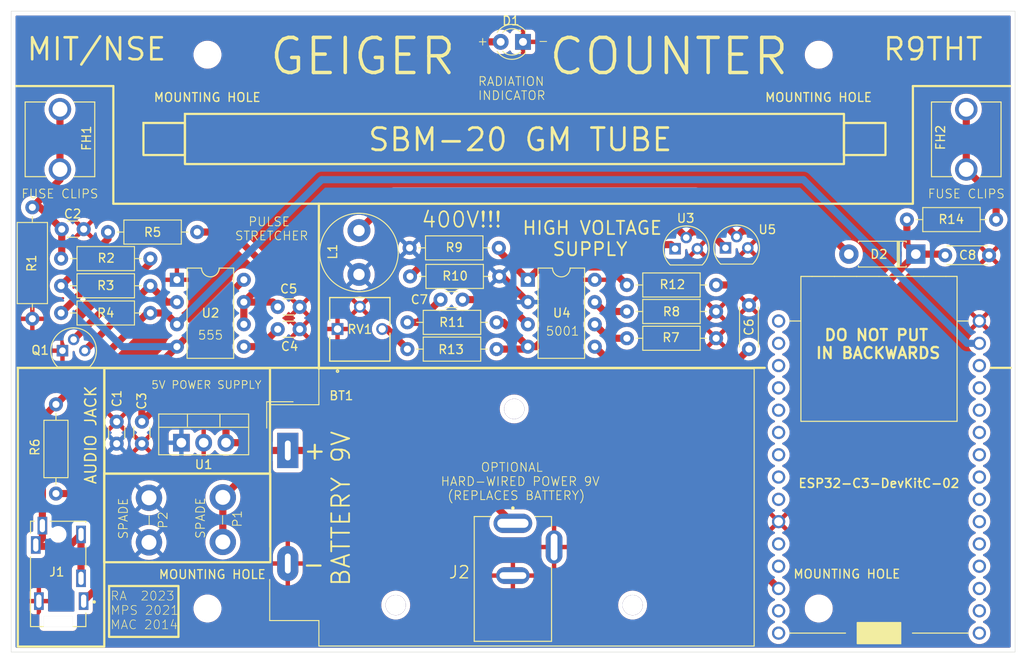
<source format=kicad_pcb>
(kicad_pcb (version 20240108) (generator "pcbnew") (generator_version "8.0")
  (layers (0 "F.Cu" signal) (31 "B.Cu" signal) (34 "B.Paste" user) (35 "F.Paste" user) (36 "B.SilkS" user "B.Silkscreen") (37 "F.SilkS" user "F.Silkscreen") (38 "B.Mask" user) (39 "F.Mask" user) (44 "Edge.Cuts" user))
  (net 0 "")
  (net 1 "Net-(C2-Pad1)")
  (net 2 "BATT+")
  (net 3 "Net-(U2-CV)")
  (net 4 "Net-(U2-DIS)")
  (net 5 "Net-(U4-SCP)")
  (net 6 "Net-(U4-COMP)")
  (net 7 "Net-(U4-DTC)")
  (net 8 "Net-(C7-Pad2)")
  (net 9 "+9V")
  (net 10 "Net-(U4-RT)")
  (net 11 "Net-(D2-K)")
  (net 12 "+5V")
  (net 13 "Net-(D1-A)")
  (net 14 "Net-(D2-A)")
  (net 15 "FINAL_SIGNAL")
  (net 16 "Net-(FH2-Pad1)")
  (net 17 "Net-(Q1-C)")
  (net 18 "Net-(Q1-B)")
  (net 19 "Net-(J1-Pad1)")
  (net 20 "Net-(U4-FB)")
  (net 21 "5001_OUT")
  (net 23 "Net-(R10-Pad2)")
  (net 49 "GND")
  (net 50 "Net-(R13-Pad2)")
  (footprint "36-3530-ND:36-3530-ND" (layer "F.Cu") (at 197.64375 65.405 90)
    (property "Reference" "FH2" (at 0.2032 -2.92735 90) (layer "F.SilkS"))
    (property "Value" "~")
    (pad "1" thru_hole circle (at -3.43 0 90) (size 2.55 2.55) (drill 1.7) (layers "*.Cu" "*.Mask") (net 16 "Net-(FH2-Pad1)"))
    (pad "1" thru_hole circle (at 3.43 0 90) (size 2.55 2.55) (drill 1.7) (layers "*.Cu" "*.Mask") (net 16 "Net-(FH2-Pad1)"))
  )
  (footprint "Package_DIP:DIP-8_W7.62mm" (layer "F.Cu") (at 147.7264 81.407)
    (property "Reference" "U4" (at 3.8608 3.7846 0) (layer "F.SilkS"))
    (property "Value" "TL5001AIP")
    (pad "1" thru_hole rect (at 0 0) (size 1.6 1.6) (drill 0.8) (layers "*.Cu" "*.Mask") (net 21 "5001_OUT"))
    (pad "2" thru_hole oval (at 0 2.54) (size 1.6 1.6) (drill 0.8) (layers "*.Cu" "*.Mask") (net 9 "+9V"))
    (pad "3" thru_hole oval (at 0 5.08) (size 1.6 1.6) (drill 0.8) (layers "*.Cu" "*.Mask") (net 6 "Net-(U4-COMP)"))
    (pad "4" thru_hole oval (at 0 7.62) (size 1.6 1.6) (drill 0.8) (layers "*.Cu" "*.Mask") (net 20 "Net-(U4-FB)"))
    (pad "5" thru_hole oval (at 7.62 7.62) (size 1.6 1.6) (drill 0.8) (layers "*.Cu" "*.Mask") (net 5 "Net-(U4-SCP)"))
    (pad "6" thru_hole oval (at 7.62 5.08) (size 1.6 1.6) (drill 0.8) (layers "*.Cu" "*.Mask") (net 7 "Net-(U4-DTC)"))
    (pad "7" thru_hole oval (at 7.62 2.54) (size 1.6 1.6) (drill 0.8) (layers "*.Cu" "*.Mask") (net 10 "Net-(U4-RT)"))
    (pad "8" thru_hole oval (at 7.62 0) (size 1.6 1.6) (drill 0.8) (layers "*.Cu" "*.Mask") (net 49 "GND"))
  )
  (footprint "Capacitor_THT:C_Disc_D3.0mm_W1.6mm_P2.50mm" (layer "F.Cu") (at 94.6604 75.6412)
    (property "Reference" "C2" (at 1.2396 -1.7412 0) (layer "F.SilkS"))
    (property "Value" "47p")
    (pad "1" thru_hole circle (at 0 0) (size 1.6 1.6) (drill 0.8) (layers "*.Cu" "*.Mask") (net 1 "Net-(C2-Pad1)"))
    (pad "2" thru_hole circle (at 2.5 0) (size 1.6 1.6) (drill 0.8) (layers "*.Cu" "*.Mask") (net 49 "GND"))
  )
  (footprint "Capacitor_THT:C_Disc_D4.3mm_W1.9mm_P5.00mm" (layer "F.Cu") (at 172.9 84.3 -90)
    (property "Reference" "C6" (at 2.5 0 90) (layer "F.SilkS"))
    (property "Value" "1u")
    (pad "1" thru_hole circle (at 0 0 270) (size 1.6 1.6) (drill 0.8) (layers "*.Cu" "*.Mask") (net 49 "GND"))
    (pad "2" thru_hole circle (at 5 0 270) (size 1.6 1.6) (drill 0.8) (layers "*.Cu" "*.Mask") (net 5 "Net-(U4-SCP)"))
  )
  (footprint "Resistor_THT:R_Axial_DIN0207_L6.3mm_D2.5mm_P10.16mm_Horizontal" (layer "F.Cu") (at 144.1704 89.3064 180)
    (property "Reference" "R13" (at 5.1816 -0.0508 0) (layer "F.SilkS"))
    (property "Value" "22k")
    (pad "1" thru_hole circle (at 0 0 180) (size 1.6 1.6) (drill 0.8) (layers "*.Cu" "*.Mask") (net 20 "Net-(U4-FB)"))
    (pad "2" thru_hole oval (at 10.16 0 180) (size 1.6 1.6) (drill 0.8) (layers "*.Cu" "*.Mask") (net 50 "Net-(R13-Pad2)"))
  )
  (footprint "Resistor_THT:R_Axial_DIN0207_L6.3mm_D2.5mm_P10.16mm_Horizontal" (layer "F.Cu") (at 190.881 74.549)
    (property "Reference" "R14" (at 5.0546 -0.0254 0) (layer "F.SilkS"))
    (property "Value" "5.1M")
    (pad "1" thru_hole circle (at 0 0) (size 1.6 1.6) (drill 0.8) (layers "*.Cu" "*.Mask") (net 11 "Net-(D2-K)"))
    (pad "2" thru_hole oval (at 10.16 0) (size 1.6 1.6) (drill 0.8) (layers "*.Cu" "*.Mask") (net 16 "Net-(FH2-Pad1)"))
  )
  (footprint "Diode_THT:D_DO-41_SOD81_P7.62mm_Horizontal" (layer "F.Cu") (at 191.897 78.486 180)
    (property "Reference" "D2" (at 4.197 -0.014 0) (layer "F.SilkS"))
    (property "Value" "BA159")
    (pad "1" thru_hole rect (at 0 0 180) (size 2.2 2.2) (drill 1.1) (layers "*.Cu" "*.Mask") (net 11 "Net-(D2-K)"))
    (pad "2" thru_hole oval (at 7.62 0 180) (size 2.2 2.2) (drill 1.1) (layers "*.Cu" "*.Mask") (net 14 "Net-(D2-A)"))
  )
  (footprint "Inductor_THT:L_Radial_D8.7mm_P5.00mm_Fastron_07HCP" (layer "F.Cu") (at 128.5 80.8 90)
    (property "Reference" "L1" (at 2.5908 -2.9972 90) (layer "F.SilkS"))
    (property "Value" "1mH")
    (pad "1" thru_hole circle (at 0 0 90) (size 2.6 2.6) (drill 1.3) (layers "*.Cu" "*.Mask") (net 9 "+9V"))
    (pad "2" thru_hole circle (at 5 0 90) (size 2.6 2.6) (drill 1.3) (layers "*.Cu" "*.Mask") (net 14 "Net-(D2-A)"))
  )
  (footprint "0197084013:0197084013" (layer "F.Cu") (at 113 108.74 90)
    (property "Reference" "P1" (at 0.1016 1.6472 90) (layer "F.SilkS") (effects (font (thickness 0.1))))
    (property "Value" "SPADE")
    (fp_text user "SPADE" (at -2.2352 -1.9596 90) (layer "F.SilkS") (effects (font (thickness 0.1)) (justify left bottom)))
    (pad "1" thru_hole circle (at -2.54 0 90) (size 3 3) (drill 1.7) (layers "*.Cu" "*.Mask") (net 2 "BATT+"))
    (pad "2" thru_hole circle (at 2.54 0 90) (size 3 3) (drill 1.7) (layers "*.Cu" "*.Mask") (net 2 "BATT+"))
  )
  (footprint "Resistor_THT:R_Axial_DIN0207_L6.3mm_D2.5mm_P10.16mm_Horizontal" (layer "F.Cu") (at 94.5896 78.994)
    (property "Reference" "R2" (at 5.1308 -0.0508 0) (layer "F.SilkS"))
    (property "Value" "10k")
    (pad "1" thru_hole circle (at 0 0) (size 1.6 1.6) (drill 0.8) (layers "*.Cu" "*.Mask") (net 1 "Net-(C2-Pad1)"))
    (pad "2" thru_hole oval (at 10.16 0) (size 1.6 1.6) (drill 0.8) (layers "*.Cu" "*.Mask") (net 18 "Net-(Q1-B)"))
  )
  (footprint "Resistor_THT:R_Axial_DIN0207_L6.3mm_D2.5mm_P10.16mm_Horizontal" (layer "F.Cu") (at 144.4752 81.026 180)
    (property "Reference" "R10" (at 5.0292 0.0508 0) (layer "F.SilkS"))
    (property "Value" "10k")
    (pad "1" thru_hole circle (at 0 0 180) (size 1.6 1.6) (drill 0.8) (layers "*.Cu" "*.Mask") (net 9 "+9V"))
    (pad "2" thru_hole oval (at 10.16 0 180) (size 1.6 1.6) (drill 0.8) (layers "*.Cu" "*.Mask") (net 23 "Net-(R10-Pad2)"))
  )
  (footprint "LED_THT:LED_D3.0mm" (layer "F.Cu") (at 147.175 54.3 180)
    (property "Reference" "D1" (at 1.375 2.4 0) (layer "F.SilkS"))
    (property "Value" "LED")
    (pad "1" thru_hole rect (at 0 0 180) (size 1.8 1.8) (drill 0.9) (layers "*.Cu" "*.Mask") (net 49 "GND"))
    (pad "2" thru_hole circle (at 2.54 0 180) (size 1.8 1.8) (drill 0.9) (layers "*.Cu" "*.Mask") (net 13 "Net-(D1-A)"))
  )
  (footprint "Resistor_THT:R_Axial_DIN0207_L6.3mm_D2.5mm_P10.16mm_Horizontal" (layer "F.Cu") (at 169.16 85.0226 180)
    (property "Reference" "R8" (at 5.08 -0.0254 0) (layer "F.SilkS"))
    (property "Value" "6.8M")
    (pad "1" thru_hole circle (at 0 0 180) (size 1.6 1.6) (drill 0.8) (layers "*.Cu" "*.Mask") (net 49 "GND"))
    (pad "2" thru_hole oval (at 10.16 0 180) (size 1.6 1.6) (drill 0.8) (layers "*.Cu" "*.Mask") (net 10 "Net-(U4-RT)"))
  )
  (footprint "Resistor_THT:R_Axial_DIN0207_L6.3mm_D2.5mm_P10.16mm_Horizontal" (layer "F.Cu") (at 159 82)
    (property "Reference" "R12" (at 5.1816 -0.0508 0) (layer "F.SilkS"))
    (property "Value" "10M")
    (pad "1" thru_hole circle (at 0 0) (size 1.6 1.6) (drill 0.8) (layers "*.Cu" "*.Mask") (net 20 "Net-(U4-FB)"))
    (pad "2" thru_hole oval (at 10.16 0) (size 1.6 1.6) (drill 0.8) (layers "*.Cu" "*.Mask") (net 11 "Net-(D2-K)"))
  )
  (footprint "ESP32-C3-DevKitC-02:ESP32-C3-DevKitC-02" (layer "F.Cu") (at 188.976 103.886)
    (property "Reference" "U6" (hide yes))
    (property "Value" "ESP32-C3-DEVKITC-02HOLES")
    (fp_text user "ESP32-C3-DevKitC-02" (at -1.276 0.714 0) (layer "F.SilkS") (effects (font (size 1.016 1.016) (thickness 0.1778) (bold yes))))
    (pad "P$1" thru_hole circle (at -12.7 -17.78) (size 1.508 1.508) (drill 1) (layers "*.Cu" "*.Mask"))
    (pad "P$2" thru_hole circle (at -12.7 -15.24) (size 1.508 1.508) (drill 1) (layers "*.Cu" "*.Mask"))
    (pad "P$3" thru_hole circle (at -12.7 -12.7) (size 1.508 1.508) (drill 1) (layers "*.Cu" "*.Mask"))
    (pad "P$4" thru_hole circle (at -12.7 -10.16) (size 1.508 1.508) (drill 1) (layers "*.Cu" "*.Mask"))
    (pad "P$5" thru_hole circle (at -12.7 -7.62) (size 1.508 1.508) (drill 1) (layers "*.Cu" "*.Mask"))
    (pad "P$6" thru_hole circle (at -12.7 -5.08) (size 1.508 1.508) (drill 1) (layers "*.Cu" "*.Mask"))
    (pad "P$7" thru_hole circle (at -12.7 -2.54) (size 1.508 1.508) (drill 1) (layers "*.Cu" "*.Mask"))
    (pad "P$8" thru_hole circle (at -12.7 0) (size 1.508 1.508) (drill 1) (layers "*.Cu" "*.Mask"))
    (pad "P$9" thru_hole circle (at -12.7 2.54) (size 1.508 1.508) (drill 1) (layers "*.Cu" "*.Mask"))
    (pad "P$10" thru_hole circle (at -12.7 5.08) (size 1.508 1.508) (drill 1) (layers "*.Cu" "*.Mask") (net 49 "GND"))
    (pad "P$11" thru_hole circle (at -12.7 7.62) (size 1.508 1.508) (drill 1) (layers "*.Cu" "*.Mask"))
    (pad "P$12" thru_hole circle (at -12.7 10.16) (size 1.508 1.508) (drill 1) (layers "*.Cu" "*.Mask"))
    (pad "P$13" thru_hole circle (at -12.7 12.7) (size 1.508 1.508) (drill 1) (layers "*.Cu" "*.Mask") (net 12 "+5V"))
    (pad "P$14" thru_hole circle (at -12.7 15.24) (size 1.508 1.508) (drill 1) (layers "*.Cu" "*.Mask"))
    (pad "P$15" thru_hole circle (at -12.7 17.78) (size 1.508 1.508) (drill 1) (layers "*.Cu" "*.Mask"))
    (pad "P$16" thru_hole circle (at 10.16 -17.78) (size 1.508 1.508) (drill 1) (layers "*.Cu" "*.Mask") (net 49 "GND"))
    (pad "P$17" thru_hole circle (at 10.16 -15.24) (size 1.508 1.508) (drill 1) (layers "*.Cu" "*.Mask") (net 15 "FINAL_SIGNAL"))
    (pad "P$18" thru_hole circle (at 10.16 -12.7) (size 1.508 1.508) (drill 1) (layers "*.Cu" "*.Mask"))
    (pad "P$19" thru_hole circle (at 10.16 -10.16) (size 1.508 1.508) (drill 1) (layers "*.Cu" "*.Mask"))
    (pad "P$20" thru_hole circle (at 10.16 -7.62) (size 1.508 1.508) (drill 1) (layers "*.Cu" "*.Mask"))
    (pad "P$21" thru_hole circle (at 10.16 -5.08) (size 1.508 1.508) (drill 1) (layers "*.Cu" "*.Mask"))
    (pad "P$22" thru_hole circle (at 10.16 -2.54) (size 1.508 1.508) (drill 1) (layers "*.Cu" "*.Mask"))
    (pad "P$23" thru_hole circle (at 10.16 0) (size 1.508 1.508) (drill 1) (layers "*.Cu" "*.Mask"))
    (pad "P$24" thru_hole circle (at 10.16 2.54) (size 1.508 1.508) (drill 1) (layers "*.Cu" "*.Mask"))
    (pad "P$25" thru_hole circle (at 10.16 5.08) (size 1.508 1.508) (drill 1) (layers "*.Cu" "*.Mask"))
    (pad "P$26" thru_hole circle (at 10.16 7.62) (size 1.508 1.508) (drill 1) (layers "*.Cu" "*.Mask"))
    (pad "P$27" thru_hole circle (at 10.16 10.16) (size 1.508 1.508) (drill 1) (layers "*.Cu" "*.Mask"))
    (pad "P$28" thru_hole circle (at 10.16 12.7) (size 1.508 1.508) (drill 1) (layers "*.Cu" "*.Mask"))
    (pad "P$29" thru_hole circle (at 10.16 15.24) (size 1.508 1.508) (drill 1) (layers "*.Cu" "*.Mask"))
    (pad "P$30" thru_hole circle (at 10.16 17.78) (size 1.508 1.508) (drill 1) (layers "*.Cu" "*.Mask"))
  )
  (footprint "Resistor_THT:R_Axial_DIN0207_L6.3mm_D2.5mm_P10.16mm_Horizontal" (layer "F.Cu") (at 134.0104 86.2584)
    (property "Reference" "R11" (at 5.08 0 0) (layer "F.SilkS"))
    (property "Value" "4.7k")
    (pad "1" thru_hole circle (at 0 0) (size 1.6 1.6) (drill 0.8) (layers "*.Cu" "*.Mask") (net 8 "Net-(C7-Pad2)"))
    (pad "2" thru_hole oval (at 10.16 0) (size 1.6 1.6) (drill 0.8) (layers "*.Cu" "*.Mask") (net 20 "Net-(U4-FB)"))
  )
  (footprint "Capacitor_THT:C_Disc_D3.0mm_W1.6mm_P2.50mm" (layer "F.Cu") (at 119.25 84.5)
    (property "Reference" "C5" (at 1.25 -2.05 0) (layer "F.SilkS"))
    (property "Value" "220n")
    (pad "1" thru_hole circle (at 0 0) (size 1.6 1.6) (drill 0.8) (layers "*.Cu" "*.Mask") (net 4 "Net-(U2-DIS)"))
    (pad "2" thru_hole circle (at 2.5 0) (size 1.6 1.6) (drill 0.8) (layers "*.Cu" "*.Mask") (net 49 "GND"))
  )
  (footprint "MPD_EJ508A:MPD_EJ508A" (layer "F.Cu") (at 146.0246 111.8616)
    (property "Reference" "J2" (at -6.096 2.8702 0) (layer "F.SilkS") (effects (font (size 1.4 1.4))))
    (property "Value" "EJ508A (PWR)")
    (pad "1" thru_hole oval (at 0 -2.705) (size 4.4 2.2) (drill oval 3.56 1.02) (layers "*.Cu" "*.Mask") (net 2 "BATT+"))
    (pad "2" thru_hole oval (at 0 3.25) (size 3.8 1.9) (drill oval 3.05 0.76) (layers "*.Cu" "*.Mask") (net 49 "GND"))
    (pad "3" thru_hole oval (at 4.69 0) (size 1.9 3.8) (drill oval 0.76 3.05) (layers "*.Cu" "*.Mask") (net 49 "GND"))
  )
  (footprint "Resistor_THT:R_Axial_DIN0207_L6.3mm_D2.5mm_P10.16mm_Horizontal" (layer "F.Cu") (at 134.2644 77.7748)
    (property "Reference" "R9" (at 5.08 -0.0508 0) (layer "F.SilkS"))
    (property "Value" "10k")
    (pad "1" thru_hole circle (at 0 0) (size 1.6 1.6) (drill 0.8) (layers "*.Cu" "*.Mask") (net 9 "+9V"))
    (pad "2" thru_hole oval (at 10.16 0) (size 1.6 1.6) (drill 0.8) (layers "*.Cu" "*.Mask") (net 21 "5001_OUT"))
  )
  (footprint "Capacitor_THT:C_Disc_D3.0mm_W1.6mm_P2.50mm" (layer "F.Cu") (at 140.2896 83.6676 180)
    (property "Reference" "C7" (at 4.9076 0 0) (layer "F.SilkS"))
    (property "Value" "10n")
    (pad "1" thru_hole circle (at 0 0 180) (size 1.6 1.6) (drill 0.8) (layers "*.Cu" "*.Mask") (net 6 "Net-(U4-COMP)"))
    (pad "2" thru_hole circle (at 2.5 0 180) (size 1.6 1.6) (drill 0.8) (layers "*.Cu" "*.Mask") (net 8 "Net-(C7-Pad2)"))
  )
  (footprint "MountingHole:MountingHole_2.7mm" (layer "F.Cu") (at 180.848 118.8625)
    (property "Reference" "MOUNTING HOLE" (at 3.2004 -3.9275 0) (layer "F.SilkS"))
    (property "Value" "MountingHole_2.7mm")
    (pad "" np_thru_hole circle (at 0 0) (size 2.7 2.7) (drill 2.7) (layers "F&B.Cu" "*.Mask"))
  )
  (footprint "Capacitor_THT:C_Disc_D3.0mm_W1.6mm_P2.50mm" (layer "F.Cu") (at 121.75 87.04 180)
    (property "Reference" "C4" (at 1.15 -1.96 0) (layer "F.SilkS"))
    (property "Value" "10n")
    (pad "1" thru_hole circle (at 0 0 180) (size 1.6 1.6) (drill 0.8) (layers "*.Cu" "*.Mask") (net 49 "GND"))
    (pad "2" thru_hole circle (at 2.5 0 180) (size 1.6 1.6) (drill 0.8) (layers "*.Cu" "*.Mask") (net 3 "Net-(U2-CV)"))
  )
  (footprint "MountingHole:MountingHole_2.7mm" (layer "F.Cu") (at 111.252 118.8625)
    (property "Reference" "MOUNTING HOLE" (at 0.548 -3.8767 0) (layer "F.SilkS"))
    (property "Value" "MountingHole_2.7mm")
    (pad "" np_thru_hole circle (at 0 0) (size 2.7 2.7) (drill 2.7) (layers "F&B.Cu" "*.Mask"))
  )
  (footprint "Resistor_THT:R_Axial_DIN0207_L6.3mm_D2.5mm_P10.16mm_Horizontal" (layer "F.Cu") (at 169.16 88.0706 180)
    (property "Reference" "R7" (at 5.1308 0.0762 0) (layer "F.SilkS"))
    (property "Value" "4.7M")
    (pad "1" thru_hole circle (at 0 0 180) (size 1.6 1.6) (drill 0.8) (layers "*.Cu" "*.Mask") (net 49 "GND"))
    (pad "2" thru_hole oval (at 10.16 0 180) (size 1.6 1.6) (drill 0.8) (layers "*.Cu" "*.Mask") (net 7 "Net-(U4-DTC)"))
  )
  (footprint "Capacitor_THT:C_Disc_D4.3mm_W1.9mm_P5.00mm" (layer "F.Cu") (at 195.239 78.613)
    (property "Reference" "C8" (at 2.561 -0.013 0) (layer "F.SilkS"))
    (property "Value" "4.7n")
    (pad "1" thru_hole circle (at 0 0) (size 1.6 1.6) (drill 0.8) (layers "*.Cu" "*.Mask") (net 11 "Net-(D2-K)"))
    (pad "2" thru_hole circle (at 5 0) (size 1.6 1.6) (drill 0.8) (layers "*.Cu" "*.Mask") (net 49 "GND"))
  )
  (footprint "36-3530-ND:36-3530-ND" (layer "F.Cu") (at 94.45625 65.405 -90)
    (property "Reference" "FH1" (at -0.127 -3.02895 90) (layer "F.SilkS"))
    (property "Value" "~")
    (pad "1" thru_hole circle (at -3.43 0 270) (size 2.55 2.55) (drill 1.7) (layers "*.Cu" "*.Mask") (net 1 "Net-(C2-Pad1)"))
    (pad "1" thru_hole circle (at 3.43 0 270) (size 2.55 2.55) (drill 1.7) (layers "*.Cu" "*.Mask") (net 1 "Net-(C2-Pad1)"))
  )
  (footprint "Capacitor_THT:C_Disc_D3.0mm_W1.6mm_P2.50mm" (layer "F.Cu") (at 103.7844 97.5708 -90)
    (property "Reference" "C3" (at -2.3514 0.0254 90) (layer "F.SilkS"))
    (property "Value" "10u")
    (pad "1" thru_hole circle (at 0 0 270) (size 1.6 1.6) (drill 0.8) (layers "*.Cu" "*.Mask") (net 12 "+5V"))
    (pad "2" thru_hole circle (at 2.5 0 270) (size 1.6 1.6) (drill 0.8) (layers "*.Cu" "*.Mask") (net 49 "GND"))
  )
  (footprint "Package_TO_SOT_THT:TO-92" (layer "F.Cu") (at 94.742 89.4842)
    (property "Reference" "Q1" (at -2.54 -0.0508 0) (layer "F.SilkS"))
    (property "Value" "2N3904")
    (pad "1" thru_hole rect (at 0 0) (size 1.3 1.3) (drill 0.75) (layers "*.Cu" "*.Mask") (net 49 "GND"))
    (pad "2" thru_hole circle (at 1.27 -1.27) (size 1.3 1.3) (drill 0.75) (layers "*.Cu" "*.Mask") (net 18 "Net-(Q1-B)"))
    (pad "3" thru_hole circle (at 2.54 0) (size 1.3 1.3) (drill 0.75) (layers "*.Cu" "*.Mask") (net 17 "Net-(Q1-C)"))
  )
  (footprint "Resistor_THT:R_Axial_DIN0207_L6.3mm_D2.5mm_P10.16mm_Horizontal" (layer "F.Cu") (at 99.9236 75.9714)
    (property "Reference" "R5" (at 5.08 0.0286 0) (layer "F.SilkS"))
    (property "Value" "6.2K")
    (pad "1" thru_hole circle (at 0 0) (size 1.6 1.6) (drill 0.8) (layers "*.Cu" "*.Mask") (net 12 "+5V"))
    (pad "2" thru_hole oval (at 10.16 0) (size 1.6 1.6) (drill 0.8) (layers "*.Cu" "*.Mask") (net 4 "Net-(U2-DIS)"))
  )
  (footprint "0197084013:0197084013" (layer "F.Cu") (at 104.5912 108.7882 90)
    (property "Reference" "P2" (at 0 1.6002 90) (layer "F.SilkS") (effects (font (thickness 0.1))))
    (property "Value" "SPADE")
    (fp_text user "SPADE" (at -2.2352 -2.3368 90) (layer "F.SilkS") (effects (font (thickness 0.1)) (justify left bottom)))
    (pad "1" thru_hole circle (at -2.54 0 90) (size 3 3) (drill 1.7) (layers "*.Cu" "*.Mask") (net 9 "+9V"))
    (pad "2" thru_hole circle (at 2.54 0 90) (size 3 3) (drill 1.7) (layers "*.Cu" "*.Mask") (net 9 "+9V"))
  )
  (footprint "MountingHole:MountingHole_2.7mm" (layer "F.Cu") (at 180.848 55.7625)
    (property "Reference" "MOUNTING HOLE" (at -0.0254 4.8673 0) (layer "F.SilkS"))
    (property "Value" "MountingHole_2.7mm")
    (pad "" np_thru_hole circle (at 0 0) (size 2.7 2.7) (drill 2.7) (layers "F&B.Cu" "*.Mask"))
  )
  (footprint "Package_TO_SOT_THT:TO-220-3_Vertical" (layer "F.Cu") (at 108.2802 99.9744)
    (property "Reference" "U1" (at 2.54 2.4892 0) (layer "F.SilkS"))
    (property "Value" "NJM78M05FA")
    (pad "1" thru_hole rect (at 0 0) (size 1.905 2) (drill 1.1) (layers "*.Cu" "*.Mask") (net 9 "+9V"))
    (pad "2" thru_hole oval (at 2.54 0) (size 1.905 2) (drill 1.1) (layers "*.Cu" "*.Mask") (net 49 "GND"))
    (pad "3" thru_hole oval (at 5.08 0) (size 1.905 2) (drill 1.1) (layers "*.Cu" "*.Mask") (net 12 "+5V"))
  )
  (footprint "Resistor_THT:R_Axial_DIN0207_L6.3mm_D2.5mm_P10.16mm_Horizontal" (layer "F.Cu") (at 94.5896 82.0928)
    (property "Reference" "R3" (at 5.08 -0.0254 0) (layer "F.SilkS"))
    (property "Value" "1k")
    (pad "1" thru_hole circle (at 0 0) (size 1.6 1.6) (drill 0.8) (layers "*.Cu" "*.Mask") (net 12 "+5V"))
    (pad "2" thru_hole oval (at 10.16 0) (size 1.6 1.6) (drill 0.8) (layers "*.Cu" "*.Mask") (net 17 "Net-(Q1-C)"))
  )
  (footprint "Package_TO_SOT_THT:TO-92" (layer "F.Cu") (at 170.23 77.77)
    (property "Reference" "U5" (at 4.761 -2.0794 0) (layer "F.SilkS"))
    (property "Value" "STQ1HNK60R-AP")
    (pad "1" thru_hole rect (at 0 0) (size 1.3 1.3) (drill 0.75) (layers "*.Cu" "*.Mask") (net 23 "Net-(R10-Pad2)"))
    (pad "2" thru_hole circle (at 1.27 -1.27) (size 1.3 1.3) (drill 0.75) (layers "*.Cu" "*.Mask") (net 14 "Net-(D2-A)"))
    (pad "3" thru_hole circle (at 2.54 0) (size 1.3 1.3) (drill 0.75) (layers "*.Cu" "*.Mask") (net 49 "GND"))
  )
  (footprint "Resistor_THT:R_Axial_DIN0207_L6.3mm_D2.5mm_P10.16mm_Horizontal" (layer "F.Cu") (at 94 105.7656 90)
    (property "Reference" "R6" (at 5.2832 -2.3876 90) (layer "F.SilkS"))
    (property "Value" "4.7k")
    (pad "1" thru_hole circle (at 0 0 90) (size 1.6 1.6) (drill 0.8) (layers "*.Cu" "*.Mask") (net 19 "Net-(J1-Pad1)"))
    (pad "2" thru_hole oval (at 10.16 0 90) (size 1.6 1.6) (drill 0.8) (layers "*.Cu" "*.Mask") (net 15 "FINAL_SIGNAL"))
  )
  (footprint "Battery:BatteryHolder_MPD_BA9VPC_1xPP3" (layer "F.Cu") (at 120.396 100.8554)
    (property "Reference" "BT1" (at 6.096 -6.2404 0) (layer "F.SilkS"))
    (property "Value" "Battery")
    (fp_text user "-" (at 1.524 12.962 0) (layer "F.SilkS") (effects (font (size 2.032 2.032) (thickness 0.254)) (justify left)))
    (fp_text user "+" (at 1.651 -0.0174 0) (layer "F.SilkS") (effects (font (size 2.032 2.032) (thickness 0.254) (bold yes)) (justify left)))
    (pad "" np_thru_hole circle (at 12.29 17.62) (size 2.3 2.3) (drill 2.29) (layers "*.Cu" "*.Mask"))
    (pad "" np_thru_hole circle (at 25.78 -4.73) (size 2.3 2.3) (drill 2.29) (layers "*.Cu" "*.Mask"))
    (pad "" np_thru_hole circle (at 39.26 17.62) (size 2.3 2.3) (drill 2.29) (layers "*.Cu" "*.Mask"))
    (pad "1" thru_hole rect (at 0 0) (size 2.41 4.02) (drill oval 0.66 2.27) (layers "*.Cu" "*.Mask") (net 2 "BATT+"))
    (pad "2" thru_hole oval (at 0 12.88) (size 2.41 4.02) (drill oval 0.66 2.27) (layers "*.Cu" "*.Mask") (net 49 "GND"))
  )
  (footprint "Capacitor_THT:C_Disc_D3.0mm_W1.6mm_P2.50mm" (layer "F.Cu") (at 100.9142 100.0814 90)
    (property "Reference" "C1" (at 5.1416 0.0254 90) (layer "F.SilkS"))
    (property "Value" "10u")
    (pad "1" thru_hole circle (at 0 0 90) (size 1.6 1.6) (drill 0.8) (layers "*.Cu" "*.Mask") (net 9 "+9V"))
    (pad "2" thru_hole circle (at 2.5 0 90) (size 1.6 1.6) (drill 0.8) (layers "*.Cu" "*.Mask") (net 49 "GND"))
  )
  (footprint "54-00298:54-00298" (layer "F.Cu") (at 94.2537 115.9216)
    (property "Reference" "J1" (at -0.1537 -1.2216 0) (layer "F.SilkS"))
    (property "Value" "54-00298" (hide yes))
    (fp_line (start -1.65 3.8) (end 1.65 3.8) (stroke (width 0.01)) (layer "Edge.Cuts"))
    (fp_line (start -1.65 5) (end -1.65 3.8) (stroke (width 0.01)) (layer "Edge.Cuts"))
    (fp_line (start 1.65 3.8) (end 1.65 5) (stroke (width 0.01)) (layer "Edge.Cuts"))
    (fp_line (start 1.65 5) (end -1.65 5) (stroke (width 0.01)) (layer "Edge.Cuts"))
    (pad "" np_thru_hole circle (at 0 -5.5) (size 1.4 1.4) (drill 1.4) (layers "*.Cu" "*.Mask"))
    (pad "1" thru_hole rect (at 2.9 2.1) (size 1.1 2) (drill oval 0.6 1.5) (layers "*.Cu" "*.Mask") (net 19 "Net-(J1-Pad1)"))
    (pad "2" thru_hole rect (at -2.2 2.1) (size 1.1 2) (drill oval 0.6 1.5) (layers "*.Cu" "*.Mask") (net 49 "GND"))
    (pad "3" thru_hole rect (at 2.6 -0.5) (size 1.1 2) (drill oval 0.6 1.5) (layers "*.Cu" "*.Mask") (net 15 "FINAL_SIGNAL"))
    (pad "4" thru_hole rect (at -2.55 -4.3) (size 1.1 2) (drill oval 0.6 1.5) (layers "*.Cu" "*.Mask") (net 15 "FINAL_SIGNAL"))
    (pad "5" thru_hole rect (at -1.8 -6.5) (size 1.1 2) (drill oval 0.6 1.5) (layers "*.Cu" "*.Mask") (net 15 "FINAL_SIGNAL"))
    (pad "6" thru_hole rect (at 2.6 -5.5) (size 1.1 2) (drill oval 0.6 1.5) (layers "*.Cu" "*.Mask") (net 15 "FINAL_SIGNAL"))
  )
  (footprint "Package_DIP:DIP-8_W7.62mm" (layer "F.Cu") (at 107.7722 81.407)
    (property "Reference" "U2" (at 3.8278 3.793 0) (layer "F.SilkS"))
    (property "Value" "LMC555CN")
    (pad "1" thru_hole rect (at 0 0) (size 1.6 1.6) (drill 0.8) (layers "*.Cu" "*.Mask") (net 49 "GND"))
    (pad "2" thru_hole oval (at 0 2.54) (size 1.6 1.6) (drill 0.8) (layers "*.Cu" "*.Mask") (net 17 "Net-(Q1-C)"))
    (pad "3" thru_hole oval (at 0 5.08) (size 1.6 1.6) (drill 0.8) (layers "*.Cu" "*.Mask") (net 15 "FINAL_SIGNAL"))
    (pad "4" thru_hole oval (at 0 7.62) (size 1.6 1.6) (drill 0.8) (layers "*.Cu" "*.Mask") (net 12 "+5V"))
    (pad "5" thru_hole oval (at 7.62 7.62) (size 1.6 1.6) (drill 0.8) (layers "*.Cu" "*.Mask") (net 3 "Net-(U2-CV)"))
    (pad "6" thru_hole oval (at 7.62 5.08) (size 1.6 1.6) (drill 0.8) (layers "*.Cu" "*.Mask") (net 4 "Net-(U2-DIS)"))
    (pad "7" thru_hole oval (at 7.62 2.54) (size 1.6 1.6) (drill 0.8) (layers "*.Cu" "*.Mask") (net 4 "Net-(U2-DIS)"))
    (pad "8" thru_hole oval (at 7.62 0) (size 1.6 1.6) (drill 0.8) (layers "*.Cu" "*.Mask") (net 12 "+5V"))
  )
  (footprint "3362P-1-203LF:POT_3362P" (layer "F.Cu") (at 126.06 87.0174)
    (property "Reference" "RV1" (at 2.54 0.0381 0) (layer "F.SilkS"))
    (property "Value" "R_Potentiometer_US 20k")
    (pad "1" thru_hole rect (at 0 0) (size 1.3462 1.3462) (drill 0.8382) (layers "*.Cu" "*.Mask") (net 49 "GND"))
    (pad "2" thru_hole circle (at 2.54 -2.54) (size 1.3462 1.3462) (drill 0.8382) (layers "*.Cu" "*.Mask") (net 49 "GND"))
    (pad "3" thru_hole circle (at 5.08 0) (size 1.3462 1.3462) (drill 0.8382) (layers "*.Cu" "*.Mask") (net 50 "Net-(R13-Pad2)"))
  )
  (footprint "Package_TO_SOT_THT:TO-92" (layer "F.Cu") (at 164.4896 77.8716)
    (property "Reference" "U3" (at 1.2104 -3.4716 0) (layer "F.SilkS"))
    (property "Value" "STQ1HNK60R-AP")
    (pad "1" thru_hole rect (at 0 0) (size 1.3 1.3) (drill 0.75) (layers "*.Cu" "*.Mask") (net 21 "5001_OUT"))
    (pad "2" thru_hole circle (at 1.27 -1.27) (size 1.3 1.3) (drill 0.75) (layers "*.Cu" "*.Mask") (net 23 "Net-(R10-Pad2)"))
    (pad "3" thru_hole circle (at 2.54 0) (size 1.3 1.3) (drill 0.75) (layers "*.Cu" "*.Mask") (net 49 "GND"))
  )
  (footprint "Resistor_THT:R_Axial_DIN0309_L9.0mm_D3.2mm_P12.70mm_Horizontal" (layer "F.Cu") (at 91.313 73.152 -90)
    (property "Reference" "R1" (at 6.3754 0.0762 90) (layer "F.SilkS"))
    (property "Value" "5.1k")
    (pad "1" thru_hole circle (at 0 0 270) (size 1.6 1.6) (drill 0.8) (layers "*.Cu" "*.Mask") (net 1 "Net-(C2-Pad1)"))
    (pad "2" thru_hole oval (at 12.7 0 270) (size 1.6 1.6) (drill 0.8) (layers "*.Cu" "*.Mask") (net 49 "GND"))
  )
  (footprint "MountingHole:MountingHole_2.7mm" (layer "F.Cu") (at 111.252 55.7625)
    (property "Reference" "MOUNTING HOLE" (at -0.0254 4.8673 0) (layer "F.SilkS"))
    (property "Value" "MountingHole_2.7mm")
    (pad "" np_thru_hole circle (at 0 0) (size 2.7 2.7) (drill 2.7) (layers "*.Cu" "*.Mask"))
  )
  (footprint "Resistor_THT:R_Axial_DIN0207_L6.3mm_D2.5mm_P10.16mm_Horizontal" (layer "F.Cu") (at 104.7496 85.1916 180)
    (property "Reference" "R4" (at 5.08 0 0) (layer "F.SilkS"))
    (property "Value" "75")
    (pad "1" thru_hole circle (at 0 0 180) (size 1.6 1.6) (drill 0.8) (layers "*.Cu" "*.Mask") (net 15 "FINAL_SIGNAL"))
    (pad "2" thru_hole oval (at 10.16 0 180) (size 1.6 1.6) (drill 0.8) (layers "*.Cu" "*.Mask") (net 13 "Net-(D1-A)"))
  )
  (gr_line (start 123.936 91.5454) (end 123.936 72.7456) (stroke (width 0.254)) (layer "F.SilkS"))
  (gr_line (start 191.5668 72.7202) (end 191.5668 59.3344) (stroke (width 0.254)) (layer "F.SilkS"))
  (gr_line (start 89.4588 59.3344) (end 100.5332 59.3344) (stroke (width 0.254)) (layer "F.SilkS"))
  (gr_rect (start 100.05 116.3) (end 107.95 122.1) (stroke (width 0.254)) (fill none) (layer "F.SilkS"))
  (gr_line (start 191.5668 59.3344) (end 202.6412 59.3344) (stroke (width 0.254)) (layer "F.SilkS"))
  (gr_rect (start 99.4918 103.4876) (end 118.4064 113.5888) (stroke (width 0.254)) (fill none) (layer "F.SilkS"))
  (gr_line (start 89.662 91.44) (end 174.7012 91.44) (stroke (width 0.254)) (layer "F.SilkS"))
  (gr_line (start 200.4314 91.44) (end 202.717412 91.44) (stroke (width 0.254)) (layer "F.SilkS"))
  (gr_rect (start 103.9622 63.5381) (end 108.6866 67.1957) (stroke (width 0.254)) (fill none) (layer "F.SilkS"))
  (gr_line (start 104.6166 109.2962) (end 104.6166 108.3056) (stroke (width 0.1)) (layer "F.SilkS"))
  (gr_line (start 100.5332 59.3344) (end 100.5332 72.7456) (stroke (width 0.254)) (layer "F.SilkS"))
  (gr_rect (start 99.5172 91.4894) (end 118.3708 103.5054) (stroke (width 0.254)) (fill none) (layer "F.SilkS"))
  (gr_line (start 112.9746 109.2607) (end 112.9746 108.2701) (stroke (width 0.1)) (layer "F.SilkS"))
  (gr_line (start 100.5332 72.7456) (end 191.566804 72.7456) (stroke (width 0.254)) (layer "F.SilkS"))
  (gr_rect (start 89.662 91.44) (end 99.5 123.2) (stroke (width 0.254)) (fill none) (layer "F.SilkS"))
  (gr_rect (start 183.7182 63.5381) (end 188.4426 67.1957) (stroke (width 0.254)) (fill none) (layer "F.SilkS"))
  (gr_rect (start 108.6866 62.5094) (end 183.7182 68.2244) (stroke (width 0.254)) (fill none) (layer "F.SilkS"))
  (gr_rect (start 88.9 50.8) (end 203.2 123.825) (stroke (width 0.05)) (fill none) (layer "Edge.Cuts"))
  (gr_text "MIT/NSE" (at 90.5 56.6 0) (layer "F.SilkS") (effects (font (size 2.5 2.5) (thickness 0.3)) (justify left bottom)))
  (gr_text " DO NOT PUT \nIN BACKWARDS" (at 180.4 90.5 0) (layer "F.SilkS") (effects (font (size 1.27 1.27) (thickness 0.254) (bold yes)) (justify left bottom)))
  (gr_text "+\n" (at 141.9 54.8 0) (layer "F.SilkS") (effects (font (size 1 1) (thickness 0.1)) (justify left bottom)))
  (gr_text "  PULSE\nSTRETCHER" (at 114.3254 76.9874 0) (layer "F.SilkS") (effects (font (size 1 1) (thickness 0.1)) (justify left bottom)))
  (gr_text "FUSE CLIPS\n" (at 193.2 72.2 0) (layer "F.SilkS") (effects (font (size 1 1) (thickness 0.1)) (justify left bottom)))
  (gr_text "RADIATION\nINDICATOR" (at 142 61 0) (layer "F.SilkS") (effects (font (size 1 1) (thickness 0.1)) (justify left bottom)))
  (gr_text "BATTERY 9V\n" (at 127.635 116.459 90) (layer "F.SilkS") (effects (font (size 2.032 2.032) (thickness 0.2032)) (justify left bottom)))
  (gr_text "555\n" (at 110.1 88.3 0) (layer "F.SilkS") (effects (font (size 1 1) (thickness 0.1)) (justify left bottom)))
  (gr_text "FUSE CLIPS\n" (at 90 72.2 0) (layer "F.SilkS") (effects (font (size 1 1) (thickness 0.1)) (justify left bottom)))
  (gr_text "SBM-20 GM TUBE\n" (at 129.3622 66.929 0) (layer "F.SilkS") (effects (font (size 2.54 2.54) (thickness 0.3048)) (justify left bottom)))
  (gr_text "AUDIO JACK" (at 98.7 104.8 90) (layer "F.SilkS") (effects (font (size 1.27 1.27) (thickness 0.1778)) (justify left bottom)))
  (gr_text "5001\n\n" (at 149.7076 89.4588 0) (layer "F.SilkS") (effects (font (size 1 1) (thickness 0.1)) (justify left bottom)))
  (gr_text "GEIGER" (at 118.1 58.3 0) (layer "F.SilkS") (effects (font (size 4 4) (thickness 0.4)) (justify left bottom)))
  (gr_text "-" (at 148.8 54.7624 0) (layer "F.SilkS") (effects (font (size 1 1) (thickness 0.1)) (justify left bottom)))
  (gr_text "400V!!!" (at 135.5 75.6 0) (layer "F.SilkS") (effects (font (size 1.778 1.778) (thickness 0.1778)) (justify left bottom)))
  (gr_text "      OPTIONAL\nHARD-WIRED POWER 9V\n (REPLACES BATTERY)" (at 137.7442 106.5784 0) (layer "F.SilkS") (effects (font (size 1 1) (thickness 0.1)) (justify left bottom)))
  (gr_text "R9THT" (at 188 56.6 0) (layer "F.SilkS") (effects (font (size 2.5 2.5) (thickness 0.3)) (justify left bottom)))
  (gr_text "HIGH VOLTAGE\n   SUPPLY" (at 147 78.8 0) (layer "F.SilkS") (effects (font (size 1.5 1.5) (thickness 0.2)) (justify left bottom)))
  (gr_text "5V POWER SUPPLY" (at 104.8 93.9 0) (layer "F.SilkS") (effects (font (size 0.889 0.889) (thickness 0.1)) (justify left bottom)))
  (gr_text "RA  2023\nMPS 2021\nMAC 2014" (at 100.15 121.3 0) (layer "F.SilkS") (effects (font (size 1.016 1.016) (thickness 0.0762)) (justify left bottom)))
  (gr_text "COUNTER" (at 149.9 58.3 0) (layer "F.SilkS") (effects (font (size 4 4) (thickness 0.4)) (justify left bottom)))
  (segment (start 94.45625 68.835) (end 94.45625 61.975) (width 0.8128) (layer "F.Cu") (net 1))
  (segment (start 94.6604 78.9232) (end 94.5896 78.994) (width 0.8128) (layer "F.Cu") (net 1))
  (segment (start 92.1712 73.152) (end 94.6604 75.6412) (width 0.8128) (layer "F.Cu") (net 1))
  (segment (start 94.6604 75.6412) (end 94.6604 78.9232) (width 0.8128) (layer "F.Cu") (net 1))
  (segment (start 94.45625 68.835) (end 94.45625 70.00875) (width 0.8128) (layer "F.Cu") (net 1))
  (segment (start 91.313 73.152) (end 92.1712 73.152) (width 0.8128) (layer "F.Cu") (net 1))
  (segment (start 94.45625 70.00875) (end 91.313 73.152) (width 0.8128) (layer "F.Cu") (net 1))
  (segment (start 113 111.28) (end 113 106.2) (width 0.8128) (layer "F.Cu") (net 2))
  (segment (start 137.7234 100.8554) (end 146.0246 109.1566) (width 0.8128) (layer "F.Cu") (net 2))
  (segment (start 113 106.2) (end 118.3446 100.8554) (width 0.8128) (layer "F.Cu") (net 2))
  (segment (start 120.396 100.8554) (end 137.7234 100.8554) (width 0.8128) (layer "F.Cu") (net 2))
  (segment (start 118.3446 100.8554) (end 120.396 100.8554) (width 0.8128) (layer "F.Cu") (net 2))
  (segment (start 115.3922 89.027) (end 117.263 89.027) (width 0.8128) (layer "F.Cu") (net 3))
  (segment (start 117.263 89.027) (end 119.25 87.04) (width 0.8128) (layer "F.Cu") (net 3))
  (segment (start 115.3922 83.947) (end 115.3922 86.487) (width 0.8128) (layer "F.Cu") (net 4))
  (segment (start 117.4242 79.4258) (end 117.4242 81.915) (width 0.8128) (layer "F.Cu") (net 4))
  (segment (start 117.4242 81.915) (end 115.3922 83.947) (width 0.8128) (layer "F.Cu") (net 4))
  (segment (start 113.9698 75.9714) (end 117.4242 79.4258) (width 0.8128) (layer "F.Cu") (net 4))
  (segment (start 110.0836 75.9714) (end 113.9698 75.9714) (width 0.8128) (layer "F.Cu") (net 4))
  (segment (start 118.697 83.947) (end 119.25 84.5) (width 0.8128) (layer "F.Cu") (net 4))
  (segment (start 115.3922 83.947) (end 118.697 83.947) (width 0.8128) (layer "F.Cu") (net 4))
  (segment (start 170.5 91.7) (end 172.9 89.3) (width 0.8128) (layer "F.Cu") (net 5))
  (segment (start 158.0194 91.7) (end 170.5 91.7) (width 0.8128) (layer "F.Cu") (net 5))
  (segment (start 155.3464 89.027) (end 158.0194 91.7) (width 0.8128) (layer "F.Cu") (net 5))
  (segment (start 140.2896 83.6676) (end 144.907 83.6676) (width 0.8128) (layer "F.Cu") (net 6))
  (segment (start 144.907 83.6676) (end 147.7264 86.487) (width 0.8128) (layer "F.Cu") (net 6))
  (segment (start 159 88.0706) (end 156.93 88.0706) (width 0.8128) (layer "F.Cu") (net 7))
  (segment (start 156.93 88.0706) (end 155.3464 86.487) (width 0.8128) (layer "F.Cu") (net 7))
  (segment (start 134.0104 86.2584) (end 135.1988 86.2584) (width 0.8128) (layer "F.Cu") (net 8))
  (segment (start 135.1988 86.2584) (end 137.7896 83.6676) (width 0.8128) (layer "F.Cu") (net 8))
  (segment (start 144.4752 81.026) (end 144.8054 81.026) (width 0.8128) (layer "F.Cu") (net 9))
  (segment (start 144.8054 81.026) (end 147.7264 83.947) (width 0.8128) (layer "F.Cu") (net 9))
  (segment (start 159 85.0226) (end 156.422 85.0226) (width 0.8128) (layer "F.Cu") (net 10))
  (segment (start 156.422 85.0226) (end 155.3464 83.947) (width 0.8128) (layer "F.Cu") (net 10))
  (segment (start 195.112 78.486) (end 195.239 78.613) (width 0.8128) (layer "F.Cu") (net 11))
  (segment (start 169.16 82) (end 188.383 82) (width 0.8128) (layer "F.Cu") (net 11))
  (segment (start 190.881 74.549) (end 190.881 77.47) (width 0.8128) (layer "F.Cu") (net 11))
  (segment (start 190.881 77.47) (end 191.897 78.486) (width 0.8128) (layer "F.Cu") (net 11))
  (segment (start 191.897 78.486) (end 195.112 78.486) (width 0.8128) (layer "F.Cu") (net 11))
  (segment (start 188.383 82) (end 191.897 78.486) (width 0.8128) (layer "F.Cu") (net 11))
  (segment (start 103.7844 97.5708) (end 105.7552 95.6) (width 0.8128) (layer "F.Cu") (net 12))
  (segment (start 103.7844 93.0148) (end 107.7722 89.027) (width 0.8128) (layer "F.Cu") (net 12))
  (segment (start 122.484 92.71) (end 152.4 92.71) (width 0.8128) (layer "F.Cu") (net 12))
  (segment (start 115.2196 99.9744) (end 122.484 92.71) (width 0.8128) (layer "F.Cu") (net 12))
  (segment (start 105.7552 95.6) (end 110.5606 95.6) (width 0.8128) (layer "F.Cu") (net 12))
  (segment (start 113.3602 99.9744) (end 115.2196 99.9744) (width 0.8128) (layer "F.Cu") (net 12))
  (segment (start 110.5606 95.6) (end 113.3602 98.3996) (width 0.8128) (layer "F.Cu") (net 12))
  (segment (start 113.3602 98.3996) (end 113.3602 99.9744) (width 0.8128) (layer "F.Cu") (net 12))
  (segment (start 103.7844 97.5708) (end 103.7844 93.0148) (width 0.8128) (layer "F.Cu") (net 12))
  (segment (start 107.7722 89.027) (end 115.3922 81.407) (width 0.8128) (layer "F.Cu") (net 12))
  (segment (start 99.9236 76.7588) (end 99.9236 75.9714) (width 0.8128) (layer "F.Cu") (net 12))
  (segment (start 94.5896 82.0928) (end 99.9236 76.7588) (width 0.8128) (layer "F.Cu") (net 12))
  (segment (start 152.4 92.71) (end 176.276 116.586) (width 0.8128) (layer "F.Cu") (net 12))
  (segment (start 94.5896 82.0928) (end 101.5238 89.027) (width 0.8128) (layer "B.Cu") (net 12))
  (segment (start 101.5238 89.027) (end 107.7722 89.027) (width 0.8128) (layer "B.Cu") (net 12))
  (segment (start 125.4812 54.3) (end 144.635 54.3) (width 0.8128) (layer "F.Cu") (net 13))
  (segment (start 94.5896 85.1916) (end 125.4812 54.3) (width 0.8128) (layer "F.Cu") (net 13))
  (segment (start 132.5 71.8) (end 166.8 71.8) (width 0.8128) (layer "F.Cu") (net 14))
  (segment (start 171.5 76.5) (end 172.149999 75.850001) (width 0.8128) (layer "F.Cu") (net 14))
  (segment (start 172.149999 75.850001) (end 181.641001 75.850001) (width 0.8128) (layer "F.Cu") (net 14))
  (segment (start 184.263 78.5) (end 184.277 78.486) (width 0.8128) (layer "F.Cu") (net 14))
  (segment (start 166.8 71.8) (end 171.5 76.5) (width 0.8128) (layer "F.Cu") (net 14))
  (segment (start 128.5 75.8) (end 132.5 71.8) (width 0.8128) (layer "F.Cu") (net 14))
  (segment (start 181.641001 75.850001) (end 184.277 78.486) (width 0.8128) (layer "F.Cu") (net 14))
  (segment (start 91.8601 111.778) (end 95.4973 111.778) (width 0.8128) (layer "F.Cu") (net 15))
  (segment (start 106.4768 85.1916) (end 107.7722 86.487) (width 0.8128) (layer "F.Cu") (net 15))
  (segment (start 95.4973 111.778) (end 96.8537 110.4216) (width 0.8128) (layer "F.Cu") (net 15))
  (segment (start 104.414 85.1916) (end 104.7496 85.1916) (width 0.8128) (layer "F.Cu") (net 15))
  (segment (start 94 95.6056) (end 92.4537 97.1519) (width 0.8128) (layer "F.Cu") (net 15))
  (segment (start 94 95.6056) (end 104.414 85.1916) (width 0.8128) (layer "F.Cu") (net 15))
  (segment (start 92.4537 110.8716) (end 91.7037 111.6216) (width 0.8128) (layer "F.Cu") (net 15))
  (segment (start 91.7037 111.6216) (end 91.8601 111.778) (width 0.8128) (layer "F.Cu") (net 15))
  (segment (start 92.4537 97.1519) (end 92.4537 109.4216) (width 0.8128) (layer "F.Cu") (net 15))
  (segment (start 96.8537 115.4216) (end 96.8537 110.4216) (width 0.8128) (layer "F.Cu") (net 15))
  (segment (start 104.7496 85.1916) (end 106.4768 85.1916) (width 0.8128) (layer "F.Cu") (net 15))
  (segment (start 92.4537 109.4216) (end 92.4537 110.8716) (width 0.8128) (layer "F.Cu") (net 15))
  (segment (start 124.2568 70.0024) (end 107.7722 86.487) (width 0.8128) (layer "B.Cu") (net 15))
  (segment (start 197.746 88.646) (end 179.1024 70.0024) (width 0.8128) (layer "B.Cu") (net 15))
  (segment (start 199.136 88.646) (end 197.746 88.646) (width 0.8128) (layer "B.Cu") (net 15))
  (segment (start 179.1024 70.0024) (end 124.2568 70.0024) (width 0.8128) (layer "B.Cu") (net 15))
  (segment (start 201.041 74.549) (end 201.041 72.23225) (width 0.8128) (layer "F.Cu") (net 16))
  (segment (start 197.64375 68.835) (end 197.64375 61.975) (width 0.8128) (layer "F.Cu") (net 16))
  (segment (start 201.041 72.23225) (end 197.64375 68.835) (width 0.8128) (layer "F.Cu") (net 16))
  (segment (start 106.6038 83.947) (end 104.7496 82.0928) (width 0.8128) (layer "F.Cu") (net 17))
  (segment (start 107.7722 83.947) (end 106.6038 83.947) (width 0.8128) (layer "F.Cu") (net 17))
  (segment (start 97.282 89.4842) (end 104.6988 82.0674) (width 0.8128) (layer "F.Cu") (net 17))
  (segment (start 104.7496 79.4766) (end 104.7496 78.994) (width 0.8128) (layer "F.Cu") (net 18))
  (segment (start 96.012 88.2142) (end 104.7496 79.4766) (width 0.8128) (layer "F.Cu") (net 18))
  (segment (start 99.3 108.6) (end 99.3 115.8753) (width 0.8128) (layer "F.Cu") (net 19))
  (segment (start 94 105.7656) (end 96.4656 105.7656) (width 0.8128) (layer "F.Cu") (net 19))
  (segment (start 99.3 115.8753) (end 97.1537 118.0216) (width 0.8128) (layer "F.Cu") (net 19))
  (segment (start 96.4656 105.7656) (end 99.3 108.6) (width 0.8128) (layer "F.Cu") (net 19))
  (segment (start 147.447 89.3064) (end 147.7264 89.027) (width 0.8128) (layer "F.Cu") (net 20))
  (segment (start 144.1704 86.2584) (end 144.9578 86.2584) (width 0.8128) (layer "F.Cu") (net 20))
  (segment (start 144.1704 89.3064) (end 147.447 89.3064) (width 0.8128) (layer "F.Cu") (net 20))
  (segment (start 144.9578 86.2584) (end 147.7264 89.027) (width 0.8128) (layer "F.Cu") (net 20))
  (segment (start 156.9466 79.9466) (end 159 82) (width 0.8128) (layer "F.Cu") (net 20))
  (segment (start 153.6534 79.9466) (end 156.9466 79.9466) (width 0.8128) (layer "F.Cu") (net 20))
  (segment (start 151.9 85.8) (end 151.9 81.7) (width 0.8128) (layer "F.Cu") (net 20))
  (segment (start 151.9 81.7) (end 153.6534 79.9466) (width 0.8128) (layer "F.Cu") (net 20))
  (segment (start 148.673 89.027) (end 151.9 85.8) (width 0.8128) (layer "F.Cu") (net 20))
  (segment (start 147.7264 89.027) (end 148.673 89.027) (width 0.8128) (layer "F.Cu") (net 20))
  (segment (start 147.7264 81.407) (end 151.7334 77.4) (width 0.8128) (layer "F.Cu") (net 21))
  (segment (start 144.4244 77.7748) (end 144.4244 78.105) (width 0.8128) (layer "F.Cu") (net 21))
  (segment (start 144.4244 78.105) (end 147.7264 81.407) (width 0.8128) (layer "F.Cu") (net 21))
  (segment (start 164.018 77.4) (end 164.4896 77.8716) (width 0.8128) (layer "F.Cu") (net 21))
  (segment (start 151.7334 77.4) (end 164.018 77.4) (width 0.8128) (layer "F.Cu") (net 21))
  (segment (start 134.3152 81.026) (end 141.5412 73.8) (width 0.8128) (layer "F.Cu") (net 23))
  (segment (start 162.958 73.8) (end 165.7596 76.6016) (width 0.8128) (layer "F.Cu") (net 23))
  (segment (start 141.5412 73.8) (end 162.958 73.8) (width 0.8128) (layer "F.Cu") (net 23))
  (segment (start 165.7596 76.6016) (end 166.409599 75.951601) (width 0.8128) (layer "F.Cu") (net 23))
  (segment (start 168.411601 75.951601) (end 170.23 77.77) (width 0.8128) (layer "F.Cu") (net 23))
  (segment (start 166.409599 75.951601) (end 168.411601 75.951601) (width 0.8128) (layer "F.Cu") (net 23))
  (segment (start 131.14 87.0174) (end 131.7214 87.0174) (width 0.8128) (layer "F.Cu") (net 50))
  (segment (start 131.7214 87.0174) (end 134.0104 89.3064) (width 0.8128) (layer "F.Cu") (net 50))
  (zone (net 49) (net_name "GND") (layer "F.Cu") (connect_pads (clearance 0.5)) (min_thickness 0.25) (fill yes (thermal_gap 0.5) (thermal_bridge_width 0.5))
    (polygon (pts (xy 204 124.5) (xy 204 50) (xy 88 50) (xy 88 124.5)))
  )
  (zone (net 9) (net_name "+9V") (layer "B.Cu") (priority 1) (connect_pads (clearance 0.5)) (min_thickness 0.25) (fill yes (thermal_gap 0.5) (thermal_bridge_width 0.5))
    (polygon (pts (xy 204.216 124.714) (xy 204.216 49.784) (xy 87.63 49.53) (xy 87.63 124.714)))
  )
)
</source>
